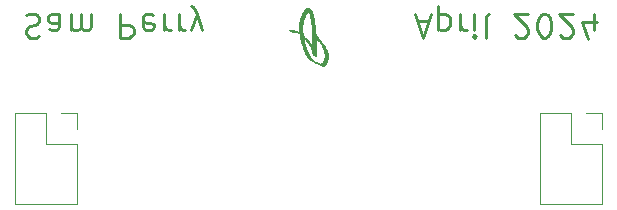
<source format=gbr>
%TF.GenerationSoftware,KiCad,Pcbnew,8.0.1*%
%TF.CreationDate,2024-04-21T16:39:34-04:00*%
%TF.ProjectId,breadboard_pwr_jumper,62726561-6462-46f6-9172-645f7077725f,rev?*%
%TF.SameCoordinates,PX5c38660PY52dfd20*%
%TF.FileFunction,Legend,Bot*%
%TF.FilePolarity,Positive*%
%FSLAX46Y46*%
G04 Gerber Fmt 4.6, Leading zero omitted, Abs format (unit mm)*
G04 Created by KiCad (PCBNEW 8.0.1) date 2024-04-21 16:39:34*
%MOMM*%
%LPD*%
G01*
G04 APERTURE LIST*
%ADD10C,0.285714*%
%ADD11C,0.010000*%
%ADD12C,0.120000*%
G04 APERTURE END LIST*
D10*
X35978921Y-3971048D02*
X36931302Y-3971048D01*
X35788445Y-3399619D02*
X36455111Y-5399619D01*
X36455111Y-5399619D02*
X37121778Y-3399619D01*
X37788445Y-4732953D02*
X37788445Y-2732953D01*
X37788445Y-4637715D02*
X37978921Y-4732953D01*
X37978921Y-4732953D02*
X38359874Y-4732953D01*
X38359874Y-4732953D02*
X38550350Y-4637715D01*
X38550350Y-4637715D02*
X38645588Y-4542477D01*
X38645588Y-4542477D02*
X38740826Y-4352000D01*
X38740826Y-4352000D02*
X38740826Y-3780572D01*
X38740826Y-3780572D02*
X38645588Y-3590096D01*
X38645588Y-3590096D02*
X38550350Y-3494858D01*
X38550350Y-3494858D02*
X38359874Y-3399619D01*
X38359874Y-3399619D02*
X37978921Y-3399619D01*
X37978921Y-3399619D02*
X37788445Y-3494858D01*
X39597969Y-3399619D02*
X39597969Y-4732953D01*
X39597969Y-4352000D02*
X39693207Y-4542477D01*
X39693207Y-4542477D02*
X39788445Y-4637715D01*
X39788445Y-4637715D02*
X39978921Y-4732953D01*
X39978921Y-4732953D02*
X40169398Y-4732953D01*
X40836064Y-3399619D02*
X40836064Y-4732953D01*
X40836064Y-5399619D02*
X40740826Y-5304381D01*
X40740826Y-5304381D02*
X40836064Y-5209143D01*
X40836064Y-5209143D02*
X40931302Y-5304381D01*
X40931302Y-5304381D02*
X40836064Y-5399619D01*
X40836064Y-5399619D02*
X40836064Y-5209143D01*
X42074159Y-3399619D02*
X41883683Y-3494858D01*
X41883683Y-3494858D02*
X41788445Y-3685334D01*
X41788445Y-3685334D02*
X41788445Y-5399619D01*
X44264636Y-5209143D02*
X44359874Y-5304381D01*
X44359874Y-5304381D02*
X44550350Y-5399619D01*
X44550350Y-5399619D02*
X45026541Y-5399619D01*
X45026541Y-5399619D02*
X45217017Y-5304381D01*
X45217017Y-5304381D02*
X45312255Y-5209143D01*
X45312255Y-5209143D02*
X45407493Y-5018667D01*
X45407493Y-5018667D02*
X45407493Y-4828191D01*
X45407493Y-4828191D02*
X45312255Y-4542477D01*
X45312255Y-4542477D02*
X44169398Y-3399619D01*
X44169398Y-3399619D02*
X45407493Y-3399619D01*
X46645588Y-5399619D02*
X46836065Y-5399619D01*
X46836065Y-5399619D02*
X47026541Y-5304381D01*
X47026541Y-5304381D02*
X47121779Y-5209143D01*
X47121779Y-5209143D02*
X47217017Y-5018667D01*
X47217017Y-5018667D02*
X47312255Y-4637715D01*
X47312255Y-4637715D02*
X47312255Y-4161524D01*
X47312255Y-4161524D02*
X47217017Y-3780572D01*
X47217017Y-3780572D02*
X47121779Y-3590096D01*
X47121779Y-3590096D02*
X47026541Y-3494858D01*
X47026541Y-3494858D02*
X46836065Y-3399619D01*
X46836065Y-3399619D02*
X46645588Y-3399619D01*
X46645588Y-3399619D02*
X46455112Y-3494858D01*
X46455112Y-3494858D02*
X46359874Y-3590096D01*
X46359874Y-3590096D02*
X46264636Y-3780572D01*
X46264636Y-3780572D02*
X46169398Y-4161524D01*
X46169398Y-4161524D02*
X46169398Y-4637715D01*
X46169398Y-4637715D02*
X46264636Y-5018667D01*
X46264636Y-5018667D02*
X46359874Y-5209143D01*
X46359874Y-5209143D02*
X46455112Y-5304381D01*
X46455112Y-5304381D02*
X46645588Y-5399619D01*
X48074160Y-5209143D02*
X48169398Y-5304381D01*
X48169398Y-5304381D02*
X48359874Y-5399619D01*
X48359874Y-5399619D02*
X48836065Y-5399619D01*
X48836065Y-5399619D02*
X49026541Y-5304381D01*
X49026541Y-5304381D02*
X49121779Y-5209143D01*
X49121779Y-5209143D02*
X49217017Y-5018667D01*
X49217017Y-5018667D02*
X49217017Y-4828191D01*
X49217017Y-4828191D02*
X49121779Y-4542477D01*
X49121779Y-4542477D02*
X47978922Y-3399619D01*
X47978922Y-3399619D02*
X49217017Y-3399619D01*
X50931303Y-4732953D02*
X50931303Y-3399619D01*
X50455112Y-5494858D02*
X49978922Y-4066286D01*
X49978922Y-4066286D02*
X51217017Y-4066286D01*
X2838921Y-3494858D02*
X3124635Y-3399619D01*
X3124635Y-3399619D02*
X3600826Y-3399619D01*
X3600826Y-3399619D02*
X3791302Y-3494858D01*
X3791302Y-3494858D02*
X3886540Y-3590096D01*
X3886540Y-3590096D02*
X3981778Y-3780572D01*
X3981778Y-3780572D02*
X3981778Y-3971048D01*
X3981778Y-3971048D02*
X3886540Y-4161524D01*
X3886540Y-4161524D02*
X3791302Y-4256762D01*
X3791302Y-4256762D02*
X3600826Y-4352000D01*
X3600826Y-4352000D02*
X3219873Y-4447238D01*
X3219873Y-4447238D02*
X3029397Y-4542477D01*
X3029397Y-4542477D02*
X2934159Y-4637715D01*
X2934159Y-4637715D02*
X2838921Y-4828191D01*
X2838921Y-4828191D02*
X2838921Y-5018667D01*
X2838921Y-5018667D02*
X2934159Y-5209143D01*
X2934159Y-5209143D02*
X3029397Y-5304381D01*
X3029397Y-5304381D02*
X3219873Y-5399619D01*
X3219873Y-5399619D02*
X3696064Y-5399619D01*
X3696064Y-5399619D02*
X3981778Y-5304381D01*
X5696064Y-3399619D02*
X5696064Y-4447238D01*
X5696064Y-4447238D02*
X5600826Y-4637715D01*
X5600826Y-4637715D02*
X5410350Y-4732953D01*
X5410350Y-4732953D02*
X5029397Y-4732953D01*
X5029397Y-4732953D02*
X4838921Y-4637715D01*
X5696064Y-3494858D02*
X5505588Y-3399619D01*
X5505588Y-3399619D02*
X5029397Y-3399619D01*
X5029397Y-3399619D02*
X4838921Y-3494858D01*
X4838921Y-3494858D02*
X4743683Y-3685334D01*
X4743683Y-3685334D02*
X4743683Y-3875810D01*
X4743683Y-3875810D02*
X4838921Y-4066286D01*
X4838921Y-4066286D02*
X5029397Y-4161524D01*
X5029397Y-4161524D02*
X5505588Y-4161524D01*
X5505588Y-4161524D02*
X5696064Y-4256762D01*
X6648445Y-3399619D02*
X6648445Y-4732953D01*
X6648445Y-4542477D02*
X6743683Y-4637715D01*
X6743683Y-4637715D02*
X6934159Y-4732953D01*
X6934159Y-4732953D02*
X7219874Y-4732953D01*
X7219874Y-4732953D02*
X7410350Y-4637715D01*
X7410350Y-4637715D02*
X7505588Y-4447238D01*
X7505588Y-4447238D02*
X7505588Y-3399619D01*
X7505588Y-4447238D02*
X7600826Y-4637715D01*
X7600826Y-4637715D02*
X7791302Y-4732953D01*
X7791302Y-4732953D02*
X8077016Y-4732953D01*
X8077016Y-4732953D02*
X8267493Y-4637715D01*
X8267493Y-4637715D02*
X8362731Y-4447238D01*
X8362731Y-4447238D02*
X8362731Y-3399619D01*
X10838922Y-3399619D02*
X10838922Y-5399619D01*
X10838922Y-5399619D02*
X11600827Y-5399619D01*
X11600827Y-5399619D02*
X11791303Y-5304381D01*
X11791303Y-5304381D02*
X11886541Y-5209143D01*
X11886541Y-5209143D02*
X11981779Y-5018667D01*
X11981779Y-5018667D02*
X11981779Y-4732953D01*
X11981779Y-4732953D02*
X11886541Y-4542477D01*
X11886541Y-4542477D02*
X11791303Y-4447238D01*
X11791303Y-4447238D02*
X11600827Y-4352000D01*
X11600827Y-4352000D02*
X10838922Y-4352000D01*
X13600827Y-3494858D02*
X13410351Y-3399619D01*
X13410351Y-3399619D02*
X13029398Y-3399619D01*
X13029398Y-3399619D02*
X12838922Y-3494858D01*
X12838922Y-3494858D02*
X12743684Y-3685334D01*
X12743684Y-3685334D02*
X12743684Y-4447238D01*
X12743684Y-4447238D02*
X12838922Y-4637715D01*
X12838922Y-4637715D02*
X13029398Y-4732953D01*
X13029398Y-4732953D02*
X13410351Y-4732953D01*
X13410351Y-4732953D02*
X13600827Y-4637715D01*
X13600827Y-4637715D02*
X13696065Y-4447238D01*
X13696065Y-4447238D02*
X13696065Y-4256762D01*
X13696065Y-4256762D02*
X12743684Y-4066286D01*
X14553208Y-3399619D02*
X14553208Y-4732953D01*
X14553208Y-4352000D02*
X14648446Y-4542477D01*
X14648446Y-4542477D02*
X14743684Y-4637715D01*
X14743684Y-4637715D02*
X14934160Y-4732953D01*
X14934160Y-4732953D02*
X15124637Y-4732953D01*
X15791303Y-3399619D02*
X15791303Y-4732953D01*
X15791303Y-4352000D02*
X15886541Y-4542477D01*
X15886541Y-4542477D02*
X15981779Y-4637715D01*
X15981779Y-4637715D02*
X16172255Y-4732953D01*
X16172255Y-4732953D02*
X16362732Y-4732953D01*
X16838922Y-4732953D02*
X17315112Y-3399619D01*
X17791303Y-4732953D02*
X17315112Y-3399619D01*
X17315112Y-3399619D02*
X17124636Y-2923429D01*
X17124636Y-2923429D02*
X17029398Y-2828191D01*
X17029398Y-2828191D02*
X16838922Y-2732953D01*
D11*
%TO.C,G\u002A\u002A\u002A*%
X26738451Y-2891788D02*
X26791523Y-2911623D01*
X26821266Y-2930253D01*
X26863898Y-2960938D01*
X26909899Y-2996867D01*
X26933935Y-3017312D01*
X26976226Y-3060804D01*
X27012094Y-3111973D01*
X27049004Y-3180687D01*
X27073100Y-3235780D01*
X27105281Y-3325045D01*
X27137926Y-3430360D01*
X27169178Y-3544831D01*
X27197176Y-3661560D01*
X27220062Y-3773653D01*
X27235977Y-3874214D01*
X27237397Y-3885126D01*
X27245557Y-3944427D01*
X27256988Y-4023999D01*
X27270741Y-4117377D01*
X27285866Y-4218097D01*
X27301413Y-4319696D01*
X27302538Y-4327011D01*
X27318365Y-4437529D01*
X27333209Y-4554326D01*
X27346094Y-4668762D01*
X27356041Y-4772198D01*
X27362075Y-4855992D01*
X27362385Y-4861844D01*
X27367639Y-4948730D01*
X27373060Y-5011112D01*
X27379220Y-5052954D01*
X27386694Y-5078223D01*
X27396056Y-5090881D01*
X27402912Y-5097989D01*
X27423655Y-5128133D01*
X27450587Y-5174061D01*
X27479640Y-5229048D01*
X27503997Y-5276609D01*
X27552129Y-5362762D01*
X27600426Y-5435783D01*
X27655488Y-5505164D01*
X27723917Y-5580399D01*
X27737498Y-5594737D01*
X27861047Y-5731286D01*
X27965883Y-5860428D01*
X28057095Y-5989299D01*
X28139771Y-6125037D01*
X28219000Y-6274777D01*
X28250966Y-6340644D01*
X28321198Y-6502606D01*
X28372275Y-6652011D01*
X28405500Y-6793970D01*
X28422179Y-6933594D01*
X28423618Y-7075993D01*
X28415502Y-7182433D01*
X28389524Y-7321430D01*
X28345126Y-7446722D01*
X28280472Y-7564574D01*
X28276532Y-7570588D01*
X28224200Y-7641403D01*
X28167842Y-7703583D01*
X28112015Y-7753052D01*
X28061275Y-7785732D01*
X28020175Y-7797546D01*
X27995777Y-7793975D01*
X27943072Y-7778178D01*
X27871445Y-7751299D01*
X27784455Y-7715012D01*
X27685660Y-7670994D01*
X27578621Y-7620918D01*
X27466897Y-7566460D01*
X27354047Y-7509295D01*
X27243631Y-7451098D01*
X27139208Y-7393544D01*
X27044336Y-7338309D01*
X27040098Y-7335751D01*
X26924001Y-7259147D01*
X26824087Y-7178116D01*
X26736209Y-7087875D01*
X26656224Y-6983642D01*
X26579987Y-6860635D01*
X26503354Y-6714071D01*
X26460158Y-6619582D01*
X26403002Y-6478199D01*
X26344964Y-6318325D01*
X26287722Y-6145531D01*
X26232953Y-5965388D01*
X26182336Y-5783464D01*
X26137548Y-5605332D01*
X26100267Y-5436560D01*
X26097707Y-5422546D01*
X26344498Y-5422546D01*
X26353683Y-5487122D01*
X26364131Y-5546901D01*
X26383912Y-5637892D01*
X26410498Y-5746724D01*
X26442493Y-5868392D01*
X26478500Y-5997889D01*
X26517121Y-6130211D01*
X26556960Y-6260350D01*
X26596619Y-6383302D01*
X26634702Y-6494061D01*
X26641749Y-6513605D01*
X26719259Y-6708965D01*
X26801977Y-6883779D01*
X26888751Y-7036010D01*
X26978432Y-7163619D01*
X27069869Y-7264572D01*
X27102456Y-7293281D01*
X27147711Y-7326690D01*
X27203651Y-7360998D01*
X27275607Y-7399426D01*
X27368915Y-7445197D01*
X27470990Y-7493608D01*
X27566630Y-7537847D01*
X27642294Y-7571093D01*
X27700974Y-7594427D01*
X27745662Y-7608930D01*
X27779351Y-7615683D01*
X27805033Y-7615768D01*
X27825701Y-7610266D01*
X27834625Y-7606016D01*
X27878700Y-7574340D01*
X27929107Y-7525209D01*
X27980240Y-7465080D01*
X28026495Y-7400413D01*
X28062265Y-7337667D01*
X28074412Y-7311878D01*
X28109363Y-7227666D01*
X28132944Y-7148167D01*
X28146661Y-7065153D01*
X28152020Y-6970396D01*
X28150528Y-6855668D01*
X28148767Y-6809010D01*
X28144641Y-6735089D01*
X28138324Y-6675974D01*
X28128302Y-6622483D01*
X28113057Y-6565434D01*
X28091074Y-6495644D01*
X28059764Y-6409181D01*
X28010283Y-6291820D01*
X27952033Y-6168346D01*
X27889212Y-6047174D01*
X27826019Y-5936724D01*
X27766656Y-5845411D01*
X27719003Y-5781048D01*
X27635369Y-5676645D01*
X27544602Y-5571553D01*
X27455629Y-5476359D01*
X27428202Y-5449299D01*
X27401156Y-5424811D01*
X27387465Y-5415371D01*
X27386174Y-5417518D01*
X27383413Y-5441201D01*
X27381409Y-5487643D01*
X27380135Y-5552581D01*
X27379562Y-5631748D01*
X27379663Y-5720882D01*
X27380408Y-5815717D01*
X27381771Y-5911989D01*
X27383721Y-6005434D01*
X27386233Y-6091788D01*
X27389276Y-6166785D01*
X27392824Y-6226162D01*
X27396441Y-6276262D01*
X27403203Y-6383763D01*
X27408869Y-6492697D01*
X27413352Y-6599305D01*
X27416563Y-6699826D01*
X27418414Y-6790502D01*
X27418818Y-6867572D01*
X27417686Y-6927276D01*
X27414930Y-6965856D01*
X27410462Y-6979552D01*
X27410249Y-6979547D01*
X27390880Y-6971445D01*
X27355939Y-6950860D01*
X27312839Y-6922150D01*
X27268216Y-6893248D01*
X27229941Y-6872619D01*
X27206331Y-6864749D01*
X27192090Y-6862968D01*
X27168523Y-6846729D01*
X27150203Y-6810117D01*
X27134548Y-6748968D01*
X27121465Y-6689510D01*
X27093670Y-6581114D01*
X27060603Y-6468050D01*
X27024865Y-6358543D01*
X26989055Y-6260821D01*
X26955771Y-6183111D01*
X26916575Y-6104877D01*
X26862246Y-6009034D01*
X26802454Y-5919300D01*
X26732867Y-5829789D01*
X26649149Y-5734615D01*
X26546969Y-5627892D01*
X26344498Y-5422546D01*
X26097707Y-5422546D01*
X26072172Y-5282720D01*
X26060501Y-5212411D01*
X26047818Y-5147311D01*
X26035836Y-5101916D01*
X26023220Y-5071346D01*
X26008632Y-5050716D01*
X25971371Y-5023464D01*
X25905077Y-4994258D01*
X25813569Y-4965839D01*
X25698660Y-4938687D01*
X25562163Y-4913288D01*
X25405890Y-4890122D01*
X25379426Y-4881045D01*
X25341114Y-4860988D01*
X25296331Y-4833630D01*
X25250272Y-4802623D01*
X25208130Y-4771622D01*
X25175102Y-4744279D01*
X25156382Y-4724250D01*
X25157164Y-4715186D01*
X25184932Y-4714788D01*
X25235722Y-4719844D01*
X25301960Y-4729475D01*
X25377203Y-4742555D01*
X25455009Y-4757959D01*
X25528938Y-4774563D01*
X25592547Y-4791240D01*
X25627475Y-4801943D01*
X25707151Y-4828927D01*
X25792621Y-4860444D01*
X25870543Y-4891674D01*
X26019386Y-4954627D01*
X26010285Y-4901581D01*
X26004713Y-4858222D01*
X25998935Y-4782797D01*
X25997792Y-4758059D01*
X26262821Y-4758059D01*
X26265344Y-4858006D01*
X26270565Y-4942743D01*
X26278627Y-5017154D01*
X26299369Y-5171423D01*
X26407450Y-5304432D01*
X26444729Y-5349235D01*
X26499090Y-5411650D01*
X26550723Y-5468020D01*
X26592174Y-5510049D01*
X26640731Y-5556769D01*
X26714984Y-5630463D01*
X26791070Y-5708216D01*
X26865241Y-5786029D01*
X26933752Y-5859903D01*
X26992856Y-5925837D01*
X27038807Y-5979833D01*
X27067860Y-6017891D01*
X27120852Y-6096626D01*
X27120852Y-5616546D01*
X27120064Y-5420750D01*
X27116733Y-5196923D01*
X27110628Y-4995557D01*
X27101571Y-4813230D01*
X27089386Y-4646522D01*
X27073894Y-4492010D01*
X27054918Y-4346275D01*
X27051142Y-4320385D01*
X27034963Y-4209610D01*
X27017202Y-4088180D01*
X26999764Y-3969114D01*
X26984554Y-3865430D01*
X26980612Y-3838880D01*
X26953527Y-3672625D01*
X26924662Y-3525235D01*
X26892195Y-3388137D01*
X26854303Y-3252758D01*
X26847910Y-3231970D01*
X26830752Y-3180974D01*
X26816092Y-3143807D01*
X26806557Y-3127373D01*
X26798865Y-3127943D01*
X26774991Y-3144746D01*
X26741546Y-3177520D01*
X26702902Y-3221470D01*
X26663430Y-3271804D01*
X26627499Y-3323729D01*
X26582531Y-3400120D01*
X26530485Y-3499819D01*
X26477103Y-3611594D01*
X26425616Y-3728115D01*
X26379258Y-3842051D01*
X26341259Y-3946072D01*
X26314852Y-4032848D01*
X26305231Y-4070680D01*
X26293164Y-4121958D01*
X26284099Y-4169003D01*
X26277483Y-4217303D01*
X26272764Y-4272347D01*
X26269387Y-4339623D01*
X26266799Y-4424621D01*
X26264447Y-4532828D01*
X26262852Y-4638019D01*
X26262821Y-4758059D01*
X25997792Y-4758059D01*
X25994675Y-4690584D01*
X25992035Y-4588217D01*
X25991115Y-4482333D01*
X25992017Y-4379570D01*
X25994844Y-4286562D01*
X25999696Y-4209947D01*
X26009306Y-4120972D01*
X26036500Y-3961206D01*
X26077453Y-3805481D01*
X26134450Y-3645793D01*
X26209776Y-3474138D01*
X26235181Y-3421103D01*
X26274413Y-3341610D01*
X26311392Y-3269306D01*
X26342876Y-3210490D01*
X26365623Y-3171458D01*
X26378498Y-3152311D01*
X26417024Y-3101213D01*
X26463280Y-3045687D01*
X26512255Y-2991196D01*
X26558934Y-2943198D01*
X26598306Y-2907154D01*
X26625357Y-2888526D01*
X26635162Y-2885329D01*
X26682237Y-2882455D01*
X26738451Y-2891788D01*
G36*
X26738451Y-2891788D02*
G01*
X26791523Y-2911623D01*
X26821266Y-2930253D01*
X26863898Y-2960938D01*
X26909899Y-2996867D01*
X26933935Y-3017312D01*
X26976226Y-3060804D01*
X27012094Y-3111973D01*
X27049004Y-3180687D01*
X27073100Y-3235780D01*
X27105281Y-3325045D01*
X27137926Y-3430360D01*
X27169178Y-3544831D01*
X27197176Y-3661560D01*
X27220062Y-3773653D01*
X27235977Y-3874214D01*
X27237397Y-3885126D01*
X27245557Y-3944427D01*
X27256988Y-4023999D01*
X27270741Y-4117377D01*
X27285866Y-4218097D01*
X27301413Y-4319696D01*
X27302538Y-4327011D01*
X27318365Y-4437529D01*
X27333209Y-4554326D01*
X27346094Y-4668762D01*
X27356041Y-4772198D01*
X27362075Y-4855992D01*
X27362385Y-4861844D01*
X27367639Y-4948730D01*
X27373060Y-5011112D01*
X27379220Y-5052954D01*
X27386694Y-5078223D01*
X27396056Y-5090881D01*
X27402912Y-5097989D01*
X27423655Y-5128133D01*
X27450587Y-5174061D01*
X27479640Y-5229048D01*
X27503997Y-5276609D01*
X27552129Y-5362762D01*
X27600426Y-5435783D01*
X27655488Y-5505164D01*
X27723917Y-5580399D01*
X27737498Y-5594737D01*
X27861047Y-5731286D01*
X27965883Y-5860428D01*
X28057095Y-5989299D01*
X28139771Y-6125037D01*
X28219000Y-6274777D01*
X28250966Y-6340644D01*
X28321198Y-6502606D01*
X28372275Y-6652011D01*
X28405500Y-6793970D01*
X28422179Y-6933594D01*
X28423618Y-7075993D01*
X28415502Y-7182433D01*
X28389524Y-7321430D01*
X28345126Y-7446722D01*
X28280472Y-7564574D01*
X28276532Y-7570588D01*
X28224200Y-7641403D01*
X28167842Y-7703583D01*
X28112015Y-7753052D01*
X28061275Y-7785732D01*
X28020175Y-7797546D01*
X27995777Y-7793975D01*
X27943072Y-7778178D01*
X27871445Y-7751299D01*
X27784455Y-7715012D01*
X27685660Y-7670994D01*
X27578621Y-7620918D01*
X27466897Y-7566460D01*
X27354047Y-7509295D01*
X27243631Y-7451098D01*
X27139208Y-7393544D01*
X27044336Y-7338309D01*
X27040098Y-7335751D01*
X26924001Y-7259147D01*
X26824087Y-7178116D01*
X26736209Y-7087875D01*
X26656224Y-6983642D01*
X26579987Y-6860635D01*
X26503354Y-6714071D01*
X26460158Y-6619582D01*
X26403002Y-6478199D01*
X26344964Y-6318325D01*
X26287722Y-6145531D01*
X26232953Y-5965388D01*
X26182336Y-5783464D01*
X26137548Y-5605332D01*
X26100267Y-5436560D01*
X26097707Y-5422546D01*
X26344498Y-5422546D01*
X26353683Y-5487122D01*
X26364131Y-5546901D01*
X26383912Y-5637892D01*
X26410498Y-5746724D01*
X26442493Y-5868392D01*
X26478500Y-5997889D01*
X26517121Y-6130211D01*
X26556960Y-6260350D01*
X26596619Y-6383302D01*
X26634702Y-6494061D01*
X26641749Y-6513605D01*
X26719259Y-6708965D01*
X26801977Y-6883779D01*
X26888751Y-7036010D01*
X26978432Y-7163619D01*
X27069869Y-7264572D01*
X27102456Y-7293281D01*
X27147711Y-7326690D01*
X27203651Y-7360998D01*
X27275607Y-7399426D01*
X27368915Y-7445197D01*
X27470990Y-7493608D01*
X27566630Y-7537847D01*
X27642294Y-7571093D01*
X27700974Y-7594427D01*
X27745662Y-7608930D01*
X27779351Y-7615683D01*
X27805033Y-7615768D01*
X27825701Y-7610266D01*
X27834625Y-7606016D01*
X27878700Y-7574340D01*
X27929107Y-7525209D01*
X27980240Y-7465080D01*
X28026495Y-7400413D01*
X28062265Y-7337667D01*
X28074412Y-7311878D01*
X28109363Y-7227666D01*
X28132944Y-7148167D01*
X28146661Y-7065153D01*
X28152020Y-6970396D01*
X28150528Y-6855668D01*
X28148767Y-6809010D01*
X28144641Y-6735089D01*
X28138324Y-6675974D01*
X28128302Y-6622483D01*
X28113057Y-6565434D01*
X28091074Y-6495644D01*
X28059764Y-6409181D01*
X28010283Y-6291820D01*
X27952033Y-6168346D01*
X27889212Y-6047174D01*
X27826019Y-5936724D01*
X27766656Y-5845411D01*
X27719003Y-5781048D01*
X27635369Y-5676645D01*
X27544602Y-5571553D01*
X27455629Y-5476359D01*
X27428202Y-5449299D01*
X27401156Y-5424811D01*
X27387465Y-5415371D01*
X27386174Y-5417518D01*
X27383413Y-5441201D01*
X27381409Y-5487643D01*
X27380135Y-5552581D01*
X27379562Y-5631748D01*
X27379663Y-5720882D01*
X27380408Y-5815717D01*
X27381771Y-5911989D01*
X27383721Y-6005434D01*
X27386233Y-6091788D01*
X27389276Y-6166785D01*
X27392824Y-6226162D01*
X27396441Y-6276262D01*
X27403203Y-6383763D01*
X27408869Y-6492697D01*
X27413352Y-6599305D01*
X27416563Y-6699826D01*
X27418414Y-6790502D01*
X27418818Y-6867572D01*
X27417686Y-6927276D01*
X27414930Y-6965856D01*
X27410462Y-6979552D01*
X27410249Y-6979547D01*
X27390880Y-6971445D01*
X27355939Y-6950860D01*
X27312839Y-6922150D01*
X27268216Y-6893248D01*
X27229941Y-6872619D01*
X27206331Y-6864749D01*
X27192090Y-6862968D01*
X27168523Y-6846729D01*
X27150203Y-6810117D01*
X27134548Y-6748968D01*
X27121465Y-6689510D01*
X27093670Y-6581114D01*
X27060603Y-6468050D01*
X27024865Y-6358543D01*
X26989055Y-6260821D01*
X26955771Y-6183111D01*
X26916575Y-6104877D01*
X26862246Y-6009034D01*
X26802454Y-5919300D01*
X26732867Y-5829789D01*
X26649149Y-5734615D01*
X26546969Y-5627892D01*
X26344498Y-5422546D01*
X26097707Y-5422546D01*
X26072172Y-5282720D01*
X26060501Y-5212411D01*
X26047818Y-5147311D01*
X26035836Y-5101916D01*
X26023220Y-5071346D01*
X26008632Y-5050716D01*
X25971371Y-5023464D01*
X25905077Y-4994258D01*
X25813569Y-4965839D01*
X25698660Y-4938687D01*
X25562163Y-4913288D01*
X25405890Y-4890122D01*
X25379426Y-4881045D01*
X25341114Y-4860988D01*
X25296331Y-4833630D01*
X25250272Y-4802623D01*
X25208130Y-4771622D01*
X25175102Y-4744279D01*
X25156382Y-4724250D01*
X25157164Y-4715186D01*
X25184932Y-4714788D01*
X25235722Y-4719844D01*
X25301960Y-4729475D01*
X25377203Y-4742555D01*
X25455009Y-4757959D01*
X25528938Y-4774563D01*
X25592547Y-4791240D01*
X25627475Y-4801943D01*
X25707151Y-4828927D01*
X25792621Y-4860444D01*
X25870543Y-4891674D01*
X26019386Y-4954627D01*
X26010285Y-4901581D01*
X26004713Y-4858222D01*
X25998935Y-4782797D01*
X25997792Y-4758059D01*
X26262821Y-4758059D01*
X26265344Y-4858006D01*
X26270565Y-4942743D01*
X26278627Y-5017154D01*
X26299369Y-5171423D01*
X26407450Y-5304432D01*
X26444729Y-5349235D01*
X26499090Y-5411650D01*
X26550723Y-5468020D01*
X26592174Y-5510049D01*
X26640731Y-5556769D01*
X26714984Y-5630463D01*
X26791070Y-5708216D01*
X26865241Y-5786029D01*
X26933752Y-5859903D01*
X26992856Y-5925837D01*
X27038807Y-5979833D01*
X27067860Y-6017891D01*
X27120852Y-6096626D01*
X27120852Y-5616546D01*
X27120064Y-5420750D01*
X27116733Y-5196923D01*
X27110628Y-4995557D01*
X27101571Y-4813230D01*
X27089386Y-4646522D01*
X27073894Y-4492010D01*
X27054918Y-4346275D01*
X27051142Y-4320385D01*
X27034963Y-4209610D01*
X27017202Y-4088180D01*
X26999764Y-3969114D01*
X26984554Y-3865430D01*
X26980612Y-3838880D01*
X26953527Y-3672625D01*
X26924662Y-3525235D01*
X26892195Y-3388137D01*
X26854303Y-3252758D01*
X26847910Y-3231970D01*
X26830752Y-3180974D01*
X26816092Y-3143807D01*
X26806557Y-3127373D01*
X26798865Y-3127943D01*
X26774991Y-3144746D01*
X26741546Y-3177520D01*
X26702902Y-3221470D01*
X26663430Y-3271804D01*
X26627499Y-3323729D01*
X26582531Y-3400120D01*
X26530485Y-3499819D01*
X26477103Y-3611594D01*
X26425616Y-3728115D01*
X26379258Y-3842051D01*
X26341259Y-3946072D01*
X26314852Y-4032848D01*
X26305231Y-4070680D01*
X26293164Y-4121958D01*
X26284099Y-4169003D01*
X26277483Y-4217303D01*
X26272764Y-4272347D01*
X26269387Y-4339623D01*
X26266799Y-4424621D01*
X26264447Y-4532828D01*
X26262852Y-4638019D01*
X26262821Y-4758059D01*
X25997792Y-4758059D01*
X25994675Y-4690584D01*
X25992035Y-4588217D01*
X25991115Y-4482333D01*
X25992017Y-4379570D01*
X25994844Y-4286562D01*
X25999696Y-4209947D01*
X26009306Y-4120972D01*
X26036500Y-3961206D01*
X26077453Y-3805481D01*
X26134450Y-3645793D01*
X26209776Y-3474138D01*
X26235181Y-3421103D01*
X26274413Y-3341610D01*
X26311392Y-3269306D01*
X26342876Y-3210490D01*
X26365623Y-3171458D01*
X26378498Y-3152311D01*
X26417024Y-3101213D01*
X26463280Y-3045687D01*
X26512255Y-2991196D01*
X26558934Y-2943198D01*
X26598306Y-2907154D01*
X26625357Y-2888526D01*
X26635162Y-2885329D01*
X26682237Y-2882455D01*
X26738451Y-2891788D01*
G37*
D12*
%TO.C,J2*%
X46420000Y-11770000D02*
X49020000Y-11770000D01*
X46420000Y-19510000D02*
X46420000Y-11770000D01*
X46420000Y-19510000D02*
X51620000Y-19510000D01*
X49020000Y-11770000D02*
X49020000Y-14370000D01*
X49020000Y-14370000D02*
X51620000Y-14370000D01*
X50290000Y-11770000D02*
X51620000Y-11770000D01*
X51620000Y-11770000D02*
X51620000Y-13100000D01*
X51620000Y-19510000D02*
X51620000Y-14370000D01*
%TO.C,J1*%
X1970000Y-11770000D02*
X4570000Y-11770000D01*
X1970000Y-19510000D02*
X1970000Y-11770000D01*
X1970000Y-19510000D02*
X7170000Y-19510000D01*
X4570000Y-11770000D02*
X4570000Y-14370000D01*
X4570000Y-14370000D02*
X7170000Y-14370000D01*
X5840000Y-11770000D02*
X7170000Y-11770000D01*
X7170000Y-11770000D02*
X7170000Y-13100000D01*
X7170000Y-19510000D02*
X7170000Y-14370000D01*
%TD*%
M02*

</source>
